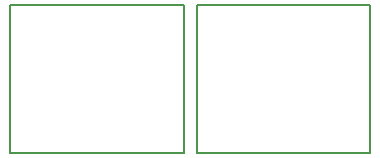
<source format=gbr>
%TF.GenerationSoftware,Altium Limited,Altium Designer,24.3.1 (35)*%
G04 Layer_Color=32768*
%FSLAX25Y25*%
%MOIN*%
%TF.SameCoordinates,1C50E6C9-DA4A-4B26-87AC-B265A0C711DB*%
%TF.FilePolarity,Positive*%
%TF.FileFunction,Other,Top_Courtyard*%
%TF.Part,Single*%
G01*
G75*
%TA.AperFunction,NonConductor*%
%ADD50C,0.00787*%
D50*
X211169Y253278D02*
X269043D01*
X211169D02*
Y302490D01*
X269043D01*
Y253278D02*
Y302490D01*
X149063Y253391D02*
X206937D01*
X149063D02*
Y302603D01*
X206937D01*
Y253391D02*
Y302603D01*
%TF.MD5,6bffce63ef50e93486c83865fba7f182*%
M02*

</source>
